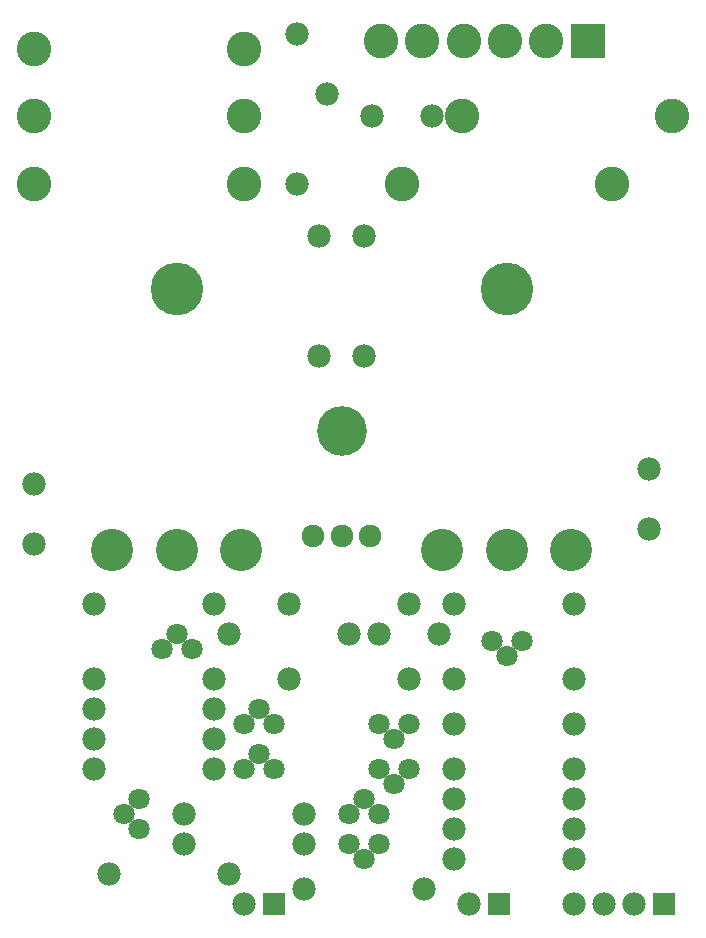
<source format=gbs>
G04 #@! TF.FileFunction,Soldermask,Bot*
%FSLAX46Y46*%
G04 Gerber Fmt 4.6, Leading zero omitted, Abs format (unit mm)*
G04 Created by KiCad (PCBNEW 4.0.7) date 02/13/18 13:09:01*
%MOMM*%
%LPD*%
G01*
G04 APERTURE LIST*
%ADD10C,0.100000*%
%ADD11C,1.974800*%
%ADD12R,1.974800X1.974800*%
%ADD13C,2.940000*%
%ADD14C,1.797000*%
%ADD15C,1.924000*%
%ADD16C,4.210000*%
%ADD17C,3.575000*%
%ADD18C,4.464000*%
%ADD19R,2.940000X2.940000*%
G04 APERTURE END LIST*
D10*
D11*
X195580000Y-157480000D03*
D12*
X198120000Y-157480000D03*
D11*
X176530000Y-157480000D03*
D12*
X179070000Y-157480000D03*
D11*
X187960000Y-134620000D03*
X193040000Y-134620000D03*
X210820000Y-125730000D03*
X210820000Y-120650000D03*
X158750000Y-121920000D03*
X158750000Y-127000000D03*
X192405000Y-90805000D03*
X187325000Y-90805000D03*
D13*
X158750000Y-90805000D03*
X176530000Y-90805000D03*
D14*
X187960000Y-152400000D03*
X186690000Y-153670000D03*
X185420000Y-152400000D03*
X167640000Y-151130000D03*
X166370000Y-149860000D03*
X167640000Y-148590000D03*
X185420000Y-149860000D03*
X186690000Y-148590000D03*
X187960000Y-149860000D03*
X190500000Y-146050000D03*
X189230000Y-147320000D03*
X187960000Y-146050000D03*
X190500000Y-142240000D03*
X189230000Y-143510000D03*
X187960000Y-142240000D03*
X176530000Y-142240000D03*
X177800000Y-140970000D03*
X179070000Y-142240000D03*
D15*
X182397400Y-126365000D03*
X184785000Y-126365000D03*
X187172600Y-126365000D03*
D16*
X184785000Y-117475000D03*
D14*
X200025000Y-135255000D03*
X198755000Y-136525000D03*
X197485000Y-135255000D03*
X169545000Y-135890000D03*
X170815000Y-134620000D03*
X172085000Y-135890000D03*
D17*
X193294000Y-127508000D03*
X198755000Y-127508000D03*
X204216000Y-127508000D03*
D18*
X198755000Y-105410000D03*
D17*
X165354000Y-127508000D03*
X170815000Y-127508000D03*
X176276000Y-127508000D03*
D18*
X170815000Y-105410000D03*
D11*
X194310000Y-151130000D03*
X204470000Y-151130000D03*
X204470000Y-153670000D03*
X194310000Y-153670000D03*
X181610000Y-152400000D03*
X171450000Y-152400000D03*
X175260000Y-154940000D03*
X165100000Y-154940000D03*
X204470000Y-148590000D03*
X194310000Y-148590000D03*
X181610000Y-149860000D03*
X171450000Y-149860000D03*
X173990000Y-143510000D03*
X163830000Y-143510000D03*
X173990000Y-146050000D03*
X163830000Y-146050000D03*
X180340000Y-138430000D03*
X190500000Y-138430000D03*
X191770000Y-156210000D03*
X181610000Y-156210000D03*
X190500000Y-132080000D03*
X180340000Y-132080000D03*
X204470000Y-146050000D03*
X194310000Y-146050000D03*
X185420000Y-134620000D03*
X175260000Y-134620000D03*
X204470000Y-142240000D03*
X194310000Y-142240000D03*
X186690000Y-111125000D03*
X186690000Y-100965000D03*
X180975000Y-83820000D03*
X183515000Y-88900000D03*
X180975000Y-96520000D03*
X182880000Y-100965000D03*
X182880000Y-111125000D03*
X173990000Y-140970000D03*
X163830000Y-140970000D03*
X204470000Y-138430000D03*
X194310000Y-138430000D03*
X173990000Y-138430000D03*
X163830000Y-138430000D03*
X204470000Y-132080000D03*
X194310000Y-132080000D03*
X163830000Y-132080000D03*
X173990000Y-132080000D03*
D13*
X207645000Y-96520000D03*
X189865000Y-96520000D03*
X158750000Y-96520000D03*
X176530000Y-96520000D03*
D14*
X176530000Y-146050000D03*
X177800000Y-144780000D03*
X179070000Y-146050000D03*
D19*
X205600000Y-84455000D03*
D13*
X202100000Y-84455000D03*
X198600000Y-84455000D03*
X195100000Y-84455000D03*
X191600000Y-84455000D03*
X188100000Y-84455000D03*
X212725000Y-90805000D03*
X194945000Y-90805000D03*
X158750000Y-85090000D03*
X176530000Y-85090000D03*
D12*
X212090000Y-157480000D03*
D11*
X209550000Y-157480000D03*
X207010000Y-157480000D03*
X204470000Y-157480000D03*
M02*

</source>
